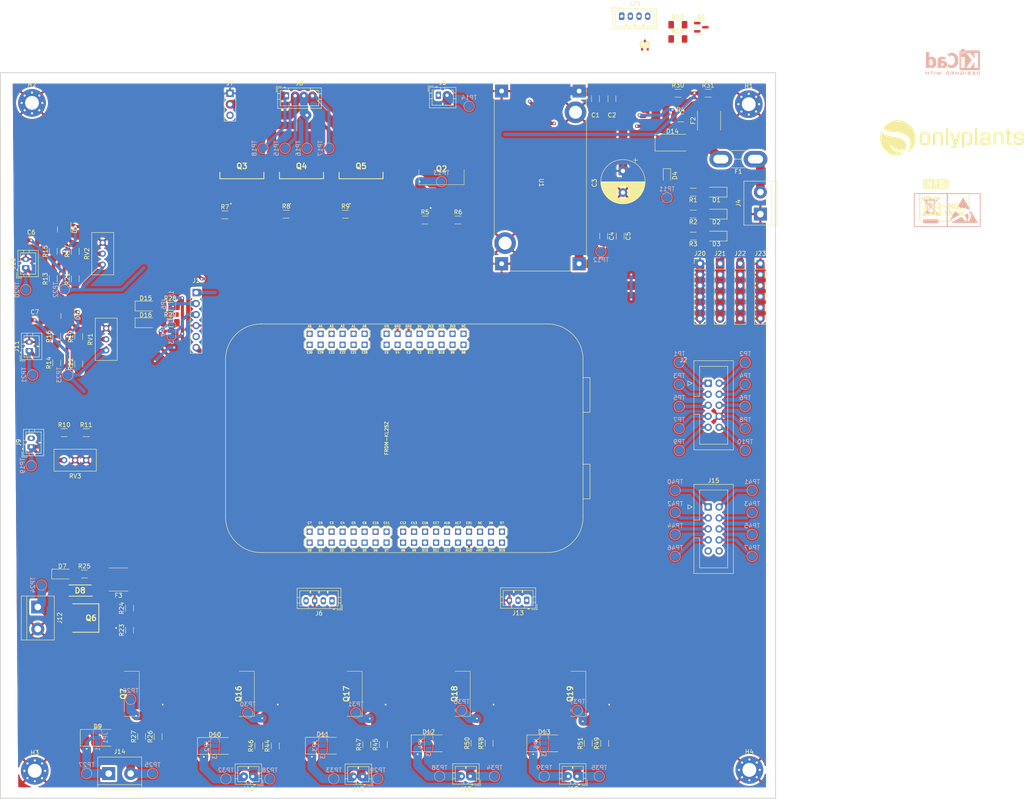
<source format=kicad_pcb>
(kicad_pcb (version 20221018) (generator pcbnew)
  (title_block (title "Greenhouse project FRDM-KL35Z hat") (date "2023-02-18") (rev "V1.0") (company "OnlyPlants") (comment 1 "Author: Emiel Visser"))
  (layers (0 "F.Cu" signal) (1 "In1.Cu" signal) (2 "In2.Cu" signal) (31 "B.Cu" signal) (34 "B.Paste" user) (35 "F.Paste" user) (36 "B.SilkS" user "B.Silkscreen") (37 "F.SilkS" user "F.Silkscreen") (38 "B.Mask" user) (39 "F.Mask" user) (44 "Edge.Cuts" user))
  (net 0 "")
  (net 21 "GNDREF")
  (net 22 "Net-(D1-A)")
  (net 23 "+12V")
  (net 24 "/Water/Pump-")
  (net 25 "/Fans/Fan1-")
  (net 26 "/Fans/Fan2-")
  (net 27 "/Fans/Fan3-")
  (net 28 "/Fans/Fan4-")
  (net 29 "THERM1")
  (net 30 "Net-(Q1-G)")
  (net 31 "/OLED_SDA")
  (net 32 "/OLED_SCL")
  (net 33 "Net-(D5-K-Pad3)")
  (net 34 "AHT_SDA")
  (net 35 "AHT_SCL")
  (net 36 "LDR_OUT")
  (net 37 "/Humidifier/MIST-")
  (net 38 "HUM_OUT")
  (net 39 "Net-(D6-K-Pad3)")
  (net 40 "Net-(D7-A)")
  (net 41 "Net-(D8-Pad1)")
  (net 42 "/Heating/BED_OUT")
  (net 43 "Net-(J7-Pin_2)")
  (net 44 "Net-(J8-Pin_3)")
  (net 45 "Net-(D2-A)")
  (net 46 "/Fans/Fan1+")
  (net 47 "/Fans/Fan2+")
  (net 48 "/Fans/Fan3+")
  (net 49 "/Fans/Fan4+")
  (net 50 "+3.3V")
  (net 51 "/BT_STATE")
  (net 52 "Net-(D3-A)")
  (net 53 "/Water/Pump+")
  (net 54 "VDC")
  (net 55 "R_IN")
  (net 56 "G_IN")
  (net 57 "B_IN")
  (net 58 "Net-(F1-Pad2)")
  (net 59 "Net-(J8-Pin_4)")
  (net 60 "/BT_RXD")
  (net 61 "SENS1")
  (net 62 "Net-(J10-Pin_1)")
  (net 63 "SENS2")
  (net 64 "Net-(Q2-Pad1)")
  (net 65 "SENS3")
  (net 66 "Net-(Q6-Pad1)")
  (net 67 "SENS4")
  (net 68 "SENS5")
  (net 69 "SENS6")
  (net 70 "SENS7")
  (net 71 "SENS8")
  (net 72 "MIST_EN")
  (net 73 "HEATER_IN")
  (net 74 "PUMP_IN")
  (net 75 "FAN1_IN")
  (net 76 "FAN2_IN")
  (net 77 "FAN3_IN")
  (net 78 "FAN4_IN")
  (net 79 "Net-(Q7-Pad1)")
  (net 80 "/BT_TXD")
  (net 81 "/BT_EN")
  (net 82 "/Power/BATT_IN")
  (net 83 "Net-(Q16-Pad1)")
  (net 84 "Net-(Q17-Pad1)")
  (net 85 "Net-(Q18-Pad1)")
  (net 86 "Net-(R10-Pad2)")
  (net 87 "Net-(R17-Pad1)")
  (net 88 "Net-(R19-Pad1)")
  (net 89 "Net-(J8-Pin_2)")
  (net 90 "Net-(J11-Pin_1)")
  (net 91 "Net-(Q19-Pad1)")
  (net 92 "+5V")
  (net 94 "Net-(D15-A)")
  (net 95 "Net-(D16-A)")
  (net 96 "/Power/BATT_EN")
  (net 97 "BATT_V")
  (net 98 "THERM2")
  (net 99 "/SW1_OUT")
  (net 100 "/SW2_OUT")
  (net 101 "/SW3_OUT")
  (net 102 "/SW4_OUT")
  (net 103 "/SW5_OUT")
  (net 104 "/BT_RXD_O")
  (net 105 "/BT_TXD_O")
  (net 106 "Net-(Q8-Pad1)")
  (net 107 "Net-(Q1-D)")
  (net 108 "~{12V_EN}")
  (footprint "Diode_SMD:D_SOD-323" (layer "F.Cu") (at 279.4 74.5875 -90)
    (fp_text reference "D4")
    (fp_text value "BZX384-A13-QX")
  )
  (footprint "Connector_JST:JST_PH_B2B-PH-K_1x02_P2.00mm_Vertical" (layer "F.Cu") (at 233.963868 213.36 180)
    (fp_text reference "J18")
    (fp_text value "Conn_01x02_Socket")
  )
  (footprint "Resistor_SMD:R_1206_3216Metric_Pad1.30x1.75mm_HandSolder" (layer "F.Cu") (at 164.6425 108.585)
    (fp_text reference "R29")
    (fp_text value "5k")
  )
  (footprint "TerminalBlock:TerminalBlock_bornier-2_P5.08mm" (layer "F.Cu") (at 300.99 83.4775 90)
    (fp_text reference "J4")
    (fp_text value "Screw_Terminal_01x02")
  )
  (footprint "SamacSys_Parts:IRF640S" (layer "F.Cu") (at 181.2015 70.795)
    (fp_text reference "Q3")
    (fp_text value "IRF640S" hide)
  )
  (footprint "SamacSys_Parts:IRF2804STRLPBF" (layer "F.Cu") (at 182.433868 194.31 90)
    (fp_text reference "Q16")
    (fp_text value "IRLZ44NSTRLPBF" hide)
  )
  (footprint "Resistor_SMD:R_1206_3216Metric_Pad1.30x1.75mm_HandSolder" (layer "F.Cu") (at 281.9325 43.0075)
    (fp_text reference "R18")
    (fp_text value "165")
  )
  (footprint "Resistor_SMD:R_1206_3216Metric_Pad1.30x1.75mm_HandSolder" (layer "F.Cu") (at 223.52 84.84)
    (fp_text reference "R5")
    (fp_text value "2.2k")
  )
  (footprint "Potentiometer_THT:Potentiometer_Bourns_3296W_Vertical" (layer "F.Cu") (at 149.0475 90.075 90)
    (fp_text reference "RV2")
    (fp_text value "R_Potentiometer")
  )
  (footprint "LED_SMD:LED_1206_3216Metric_Pad1.42x1.75mm_HandSolder" (layer "F.Cu") (at 290.83 78.3975 180)
    (fp_text reference "D1")
    (fp_text value "LED")
  )
  (footprint "Diode_SMD:D_2512_6332Metric_Pad1.52x3.35mm_HandSolder" (layer "F.Cu") (at 199.906309 206.28275)
    (fp_text reference "D11")
    (fp_text value "1N4007")
  )
  (footprint "Resistor_SMD:R_1206_3216Metric_Pad1.30x1.75mm_HandSolder" (layer "F.Cu") (at 155.25 174.53 90)
    (fp_text reference "R24")
    (fp_text value "12k")
  )
  (footprint "Capacitor_SMD:C_1206_3216Metric_Pad1.33x1.80mm_HandSolder" (layer "F.Cu") (at 266.7 56.8075 -90)
    (fp_text reference "C2")
    (fp_text value "10uF")
  )
  (footprint "Connector_PinHeader_2.54mm:PinHeader_1x06_P2.54mm_Vertical" (layer "F.Cu") (at 291.69 94.9075)
    (fp_text reference "J21")
    (fp_text value "Conn_01x06_Pin")
  )
  (footprint "SamacSys_Parts:IRF640S" (layer "F.Cu") (at 194.9695 70.795)
    (fp_text reference "Q4")
    (fp_text value "IRF640S" hide)
  )
  (footprint "Package_TO_SOT_SMD:SOT-23" (layer "F.Cu") (at 287.3525 40.2975)
    (fp_text reference "Q1")
    (fp_text value "AO3401A")
  )
  (footprint "Potentiometer_THT:Potentiometer_Bourns_3296W_Vertical" (layer "F.Cu") (at 140.1475 140.335 180)
    (fp_text reference "RV3")
    (fp_text value "R_Potentiometer")
  )
  (footprint "Package_TO_SOT_SMD:SOT-23" (layer "F.Cu") (at 140.1575 86.995 -90)
    (fp_text reference "D5")
    (fp_text value "BAV99")
  )
  (footprint "Connector_JST:JST_PH_B2B-PH-K_1x02_P2.00mm_Vertical" (layer "F.Cu") (at 258.633868 213.36 180)
    (fp_text reference "J19")
    (fp_text value "Conn_01x02_Socket")
  )
  (footprint "Connector_JST:JST_PH_B4B-PH-K_1x04_P2.00mm_Vertical" (layer "F.Cu") (at 268.955 37.7575)
    (fp_text reference "J25")
    (fp_text value "Conn_01x04_Socket")
  )
  (footprint "Resistor_SMD:R_1206_3216Metric_Pad1.30x1.75mm_HandSolder" (layer "F.Cu") (at 285.47 83.4775 180)
    (fp_text reference "R2")
    (fp_text value "4.7k")
  )
  (footprint "Resistor_SMD:R_1206_3216Metric_Pad1.30x1.75mm_HandSolder" (layer "F.Cu") (at 213.876309 206.03275 90)
    (fp_text reference "R45")
    (fp_text value "2.2k")
  )
  (footprint "Resistor_SMD:R_1206_3216Metric_Pad1.30x1.75mm_HandSolder" (layer "F.Cu") (at 238.313868 205.71 90)
    (fp_text reference "R48")
    (fp_text value "2.2k")
  )
  (footprint "Resistor_SMD:R_1206_3216Metric_Pad1.30x1.75mm_HandSolder" (layer "F.Cu") (at 137.6175 92.075 90)
    (fp_text reference "R15")
    (fp_text value "2.37k 1%")
  )
  (footprint "TerminalBlock:TerminalBlock_bornier-2_P5.08mm" (layer "F.Cu") (at 134.05 174.25 -90)
    (fp_text reference "J12")
    (fp_text value "Screw_Terminal_01x02")
  )
  (footprint "Connector_JST:JST_PH_B2B-PH-K_1x02_P2.00mm_Vertical" (layer "F.Cu") (at 132.5275 137.255 90)
    (fp_text reference "J9")
    (fp_text value "Conn_01x02_Socket")
  )
  (footprint "Resistor_SMD:R_1206_3216Metric_Pad1.30x1.75mm_HandSolder" (layer "F.Cu") (at 185.11875 206.33625 90)
    (fp_text reference "R46")
    (fp_text value "10k")
  )
  (footprint "Resistor_SMD:R_1206_3216Metric_Pad1.30x1.75mm_HandSolder" (layer "F.Cu") (at 161.855 204.19 90)
    (fp_text reference "R26")
    (fp_text value "2.2k")
  )
  (footprint "SamacSys_Parts:IRF2804STRLPBF" (layer "F.Cu") (at 207.346309 194.31 90)
    (fp_text reference "Q17")
    (fp_text value "IRLZ44NSTRLPBF" hide)
  )
  (footprint "Capacitor_SMD:C_1206_3216Metric_Pad1.33x1.80mm_HandSolder" (layer "F.Cu") (at 264.795 88.5575 -90)
    (fp_text reference "C4")
    (fp_text value "10uF")
  )
  (footprint "MountingHole:MountingHole_3.2mm_M3_Pad_Via" (layer "F.Cu") (at 298.45 211.882056)
    (fp_text reference "H4")
    (fp_text value "MountingHole_Pad")
  )
  (footprint "Resistor_SMD:R_1206_3216Metric_Pad1.30x1.75mm_HandSolder" (layer "F.Cu") (at 188.92875 206.33625 90)
    (fp_text reference "R44")
    (fp_text value "2.2k")
  )
  (footprint "Resistor_SMD:R_1206_3216Metric_Pad1.30x1.75mm_HandSolder" (layer "F.Cu") (at 143.51 111.76 90)
    (fp_text reference "R19")
    (fp_text value "2.37k 1%")
  )
  (footprint "MountingHole:MountingHole_3.2mm_M3_Pad_Via" (layer "F.Cu") (at 133.35 212.09)
    (fp_text reference "H3")
    (fp_text value "MountingHole_Pad")
  )
  (footprint "SamacSys_Parts:IRF2804STRLPBF" (layer "F.Cu") (at 155.835 194.31 90)
    (fp_text reference "Q7")
    (fp_text value "IRLZ44NSTRLPBF" hide)
  )
  (footprint "LED_SMD:LED_1206_3216Metric_Pad1.42x1.75mm_HandSolder" (layer "F.Cu") (at 139.73 166.63)
    (fp_text reference "D7")
    (fp_text value "LED")
  )
  (footprint "SamacSys_Parts:IPD036N04LGATMA1" (layer "F.Cu") (at 150.56 176.79)
    (fp_text reference "Q6")
    (fp_text value "IPD036N04LGATMA1" hide)
  )
  (footprint "Package_TO_SOT_SMD:SOT-23" (layer "F.Cu") (at 140.97 107.0125 -90)
    (fp_text reference "D6")
    (fp_text value "BAV99")
  )
  (footprint "Resistor_SMD:R_1206_3216Metric_Pad1.30x1.75mm_HandSolder" (layer "F.Cu") (at 261.22 205.74 90)
    (fp_text reference "R51")
    (fp_text value "10k")
  )
  (footprint "Resistor_SMD:R_1206_3216Metric_Pad1.30x1.75mm_HandSolder" (layer "F.Cu") (at 142.6975 98.425 90)
    (fp_text reference "R21")
    (fp_text value "0")
  )
  (footprint "Resistor_SMD:R_1206_3216Metric_Pad1.30x1.75mm_HandSolder" (layer "F.Cu") (at 265.03 205.74 90)
    (fp_text reference "R49")
    (fp_text value "2.2k")
  )
  (footprint "LED_SMD:LED_1206_3216Metric_Pad1.42x1.75mm_HandSolder" (layer "F.Cu") (at 290.83 88.5575 180)
    (fp_text reference "D3")
    (fp_text value "LED")
  )
  (footprint "TerminalBlock:TerminalBlock_bornier-2_P5.08mm" (layer "F.Cu") (at 150.425 212.725)
    (fp_text reference "J14")
    (fp_text value "Screw_Terminal_01x02")
  )
  (footprint "SamacSys_Parts:2SB1730" (layer "F.Cu") (at 274.305 44.4275)
    (fp_text reference "Q8")
    (fp_text value "RZF030P01" hide)
  )
  (footprint "Connector_IDC:IDC-Header_2x05_P2.54mm_Vertical" (layer "F.Cu") (at 288.925 122.555)
    (fp_text reference "J2")
    (fp_text value "Conn_01x10_Socket")
  )
  (footprint "Connector_JST:JST_PH_B2B-PH-K_1x02_P2.00mm_Vertical" (layer "F.Cu") (at 226.6 56.02)
    (fp_text reference "J5")
    (fp_text value "Conn_01x02_Socket")
  )
  (footprint "Diode_SMD:D_2512_6332Metric_Pad1.52x3.35mm_HandSolder" (layer "F.Cu") (at 174.95875 206.33625)
    (fp_text reference "D10")
    (fp_text value "1N4007")
  )
  (footprint "Resistor_SMD:R_1206_3216Metric_Pad1.30x1.75mm_HandSolder" (layer "F.Cu") (at 282.575 61.2525)
    (fp_text reference "R4")
    (fp_text value "165")
  )
  (footprint "Resistor_SMD:R_1206_3216Metric_Pad1.30x1.75mm_HandSolder" (layer "F.Cu") (at 191.4395 83.495)
    (fp_text reference "R8")
    (fp_text value "10k")
  )
  (footprint "LED_SMD:LED_1206_3216Metric_Pad1.42x1.75mm_HandSolder" (layer "F.Cu") (at 158.99 104.71)
    (fp_text reference "D15")
    (fp_text value "LED")
  )
  (footprint "Resistor_SMD:R_1206_3216Metric_Pad1.30x1.75mm_HandSolder" (layer "F.Cu") (at 231.14 84.84)
    (fp_text reference "R6")
    (fp_text value "10k")
  )
  (footprint "Resistor_SMD:R_1206_3216Metric_Pad1.30x1.75mm_HandSolder" (layer "F.Cu") (at 145.2275 133.985)
    (fp_text reference "R11")
    (fp_text value "0")
  )
  (footprint "Connector_PinHeader_2.54mm:PinHeader_1x03_P2.54mm_Vertical" (layer "F.Cu") (at 178.4595 55.57)
    (fp_text reference "J7")
    (fp_text value "Conn_01x03_Pin")
  )
  (footprint "Resistor_SMD:R_1206_3216Metric_Pad1.30x1.75mm_HandSolder" (layer "F.Cu") (at 281.9325 39.7175)
    (fp_text reference "R12")
    (fp_text value "165")
  )
  (footprint "Connector_PinSocket_2.54mm:PinSocket_1x06_P2.54mm_Vertical" (layer "F.Cu") (at 170.6375 101.6)
    (fp_text reference "J1")
    (fp_text value "Conn_01x06_Socket")
  )
  (footprint "Resistor_SMD:R_1206_3216Metric_Pad1.30x1.75mm_HandSolder" (layer "F.Cu") (at 155.25 179.61 90)
    (fp_text reference "R23")
    (fp_text value "10k")
  )
  (footprint "Fuse:Fuse_Blade_Mini_directSolder" (layer "F.Cu") (at 299.86 70.7775 180)
    (fp_text reference "F1")
    (fp_text value "Fuse")
  )
  (footprint "LED_SMD:LED_1206_3216Metric_Pad1.42x1.75mm_HandSolder" (layer "F.Cu") (at 290.83 83.4775 180)
    (fp_text reference "D2")
    (fp_text value "LED")
  )
  (footprint "Diode_SMD:D_2512_6332Metric_Pad1.52x3.35mm_HandSolder" (layer "F.Cu") (at 280.67 66.9675)
    (fp_text reference "D14")
    (fp_text value "1N4007")
  )
  (footprint "Resistor_SMD:R_1206_3216Metric_Pad1.30x1.75mm_HandSolder" (layer "F.Cu") (at 158.045 204.19 90)
    (fp_text reference "R27")
    (fp_text value "10k")
  )
  (footprint "Connector_JST:JST_PH_B2B-PH-K_1x02_P2.00mm_Vertical" (layer "F.Cu") (at 183.703868 213.40125 180)
    (fp_text reference "J16")
    (fp_text value "Conn_01x02_Socket")
  )
  (footprint "User:LM2596_Buck_module" (layer "F.Cu") (at 260.81375 53.34125 -90)
    (fp_text reference "U1")
    (fp_text value "LM2596 Buck")
  )
  (footprint "Capacitor_SMD:C_1206_3216Metric_Pad1.33x1.80mm_HandSolder" (layer "F.Cu") (at 268.605 88.5575 -90)
    (fp_text reference "C5")
    (fp_text value "0.1uF")
  )
  (footprint "Connector_JST:JST_PH_B4B-PH-K_1x04_P2.00mm_Vertical" (layer "F.Cu") (at 191.5095 56.134)
    (fp_text reference "J8")
    (fp_text value "Conn_01x04_Socket")
  )
  (footprint "Diode_SMD:D_2512_6332Metric_Pad1.52x3.35mm_HandSolder" (layer "F.Cu") (at 224.343868 205.74)
    (fp_text reference "D12")
    (fp_text value "1N4007")
  )
  (footprint "Capacitor_SMD:C_1206_3216Metric_Pad1.33x1.80mm_HandSolder" (layer "F.Cu") (at 262.89 56.8075 -90)
    (fp_text reference "C1")
    (fp_text value "0.1uF")
  )
  (footprint "Connector_PinHeader_2.54mm:PinHeader_1x06_P2.54mm_Vertical" (layer "F.Cu") (at 296.34 94.9075)
    (fp_text reference "J22")
    (fp_text value "Conn_01x06_Pin")
  )
  (footprint "logo:logo" (layer "F.Cu") (at 345.44 66.04)
    (fp_text reference "G1")
    (fp_text value "LOGO" hide)
  )
  (footprint "Fuse:Fuse_2920_7451Metric_Pad2.10x5.45mm_HandSolder" (layer "F.Cu") (at 289.131 61.8875 90)
    (fp_text reference "F2")
    (fp_text value "Polyfuse")
  )
  (footprint "Connector_JST:JST_PH_B2B-PH-K_1x02_P2.00mm_Vertical" (layer "F.Cu") (at 209.103868 213.42475 180)
    (fp_text reference "J17")
    (fp_text value "Conn_01x02_Socket")
  )
  (footprint "MountingHole:MountingHole_3.2mm_M3_Pad_Via" (layer "F.Cu") (at 132.715 57.785)
    (fp_text reference "H2")
    (fp_text value "MountingHole_Pad")
  )
  (footprint "Resistor_SMD:R_1206_3216Metric_Pad1.30x1.75mm_HandSolder" (layer "F.Cu") (at 143.51 118.11 90)
    (fp_text reference "R22")
    (fp_text value "0")
  )
  (footprint "Connector_PinHeader_2.54mm:PinHeader_1x06_P2.54mm_Vertical" (layer "F.Cu") (at 287.04 94.9075)
    (fp_text reference "J20")
    (fp_text value "Conn_01x06_Pin")
  )
  (footprint "Connector_IDC:IDC-Header_2x05_P2.54mm_Vertical" (layer "F.Cu") (at 288.925 151.13)
    (fp_text reference "J15")
    (fp_text value "Conn_01x10_Socket")
  )
  (footprint "LED_SMD:LED_1206_3216Metric_Pad1.42x1.75mm_HandSolder" (layer "F.Cu") (at 158.99 108.585)
    (fp_text reference "D16")
    (fp_text value "LED")
  )
  (footprint "Resistor_SMD:R_1206_3216Metric_Pad1.30x1.75mm_HandSolder" (layer "F.Cu") (at 210.066309 206.03275 90)
    (fp_text reference "R47")
    (fp_text value "10k")
  )
  (footprint "Capacitor_SMD:C_1206_3216Metric_Pad1.33x1.80mm_HandSolder" (layer "F.Cu") (at 132.5375 89.535)
    (fp_text reference "C6")
    (fp_text value "0.1uF")
  )
  (footprint "Resistor_SMD:R_1206_3216Metric_Pad1.30x1.75mm_HandSolder" (layer "F.Cu") (at 138.43 111.76 90)
    (fp_text reference "R16")
    (fp_text value "2.37k 1%")
  )
  (footprint "Resistor_SMD:R_1206_3216Metric_Pad1.30x1.75mm_HandSolder" (layer "F.Cu") (at 137.6175 98.425 90)
    (fp_text reference "R13")
    (fp_text value "4.7k")
  )
  (footprint "Connector_PinHeader_2.54mm:PinHeader_1x06_P2.54mm_Vertical" (layer "F.Cu") (at 300.99 94.9075)
    (fp_text reference "J23")
    (fp_text value "Conn_01x06_Pin")
  )
  (footprint "Resistor_SMD:R_1206_3216Metric_Pad1.30x1.75mm_HandSolder" (layer "F.Cu") (at 281.94 55.5375)
    (fp_text reference "R30")
    (fp_text value "49.9K")
  )
  (footprint "SamacSys_Parts:IRF2804STRLPBF" (layer "F.Cu") (at 227.33 75.01)
    (fp_text reference "Q2")
    (fp_text value "IRLZ44NSTRLPBF" hide)
  )
  (footprint "Resistor_SMD:R_1206_3216Metric_Pad1.30x1.75mm_HandSolder" (layer "F.Cu") (at 164.6425 104.775)
    (fp_text reference "R28")
    (fp_text value "5k")
  )
  (footprint "MountingHole:MountingHole_3.2mm_M3_Pad_Via" (layer "F.Cu") (at 298.31 58.0775)
    (fp_text reference "H1")
    (fp_text value "MountingHole_Pad")
  )
  (footprint "Fuse:Fuse_2920_7451Metric_Pad2.10x5.45mm_HandSolder" (layer "F.Cu") (at 152.71 167.9 180)
    (fp_text reference "F3")
    (fp_text value "Polyfuse")
  )
  (footprint "SamacSys_Parts:IRF2804STRLPBF" (layer "F.Cu") (at 259.01 194.31 90)
    (fp_text reference "Q19")
    (fp_text value "IRLZ44NSTRLPBF" hide)
  )
  (footprint "Connector_JST:JST_PH_B4B-PH-K_1x04_P2.00mm_Vertical" (layer "F.Cu") (at 202.025 172.805 180)
    (fp_text reference "J6")
    (fp_text value "Conn_01x04_Socket")
  )
  (footprint "Resistor_SMD:R_1206_3216Metric_Pad1.30x1.75mm_HandSolder" (layer "F.Cu") (at 177.2925 83.65)
    (fp_text reference "R7")
    (fp_text value "10k")
  )
  (footprint "Resistor_SMD:R_1206_3216Metric_Pad1.30x1.75mm_HandSolder" (layer "F.Cu") (at 140.1475 133.985)
    (fp_text reference "R10")
    (fp_text value "100k")
  )
  (footprint "Connector_JST:JST_PH_B2B-PH-K_1x02_P2.00mm_Vertical" (layer "F.Cu") (at 132.08 115.03 90)
    (fp_text reference "J11")
    (fp_text value "Conn_01x02_Socket")
  )
  (footprint "Capacitor_SMD:C_1206_3216Metric_Pad1.33x1.80mm_HandSolder" (layer "F.Cu") (at 133.35 107.95)
    (fp_text reference "C7")
    (fp_text value "0.1uF")
  )
  (footprint "Resistor_SMD:R_1206_3216Metric_Pad1.30x1.75mm_HandSolder" (layer "F.Cu") (at 285.47 88.5575 180)
    (fp_text reference "R3")
    (fp_text value "2.2k")
  )
  (footprint "Potentiometer_THT:Potentiometer_Bourns_3296W_Vertical" (layer "F.Cu") (at 149.86 109.855 90)
    (fp_text reference "RV1")
    (fp_text value "R_Potentiometer")
  )
  (footprint "Resistor_SMD:R_1206_3216Metric_Pad1.30x1.75mm_HandSolder" (layer "F.Cu") (at 285.47 78.3975 180)
    (fp_text reference "R1")
    (fp_text value "10k")
  )
  (footprint "Resistor_SMD:R_1206_3216Metric_Pad1.30x1.75mm_HandSolder" (layer "F.Cu") (at 142.6975 92.075 90)
    (fp_text reference "R17")
    (fp_text value "2.37k 1%")
  )
  (footprint "FRDM-KL25Z:FRDM_KL25Z_NORMAL" (layer "F.Cu") (at 214.63 135.255 90)
    (fp_text reference "FRDM1")
    (fp_text value "FRDM-KL25Z")
  )
  (footprint "Resistor_SMD:R_1206_3216Metric_Pad1.30x1.75mm_HandSolder" (layer "F.Cu") (at 205.1295 83.495)
    (fp_text reference "R9")
    (fp_text value "10k")
  )
  (footprint "Resistor_SMD:R_1206_3216Metric_Pad1.30x1.75mm_HandSolder" (layer "F.Cu") (at 235.053868 205.71 90)
    (fp_text reference "R50")
    (fp_text value "10k")
  )
  (footprint "SamacSys_Parts:IRF2804STRLPBF" (layer "F.Cu") (at 232.293868 194.31 90)
    (fp_text reference "Q18")
    (fp_text value "IRLZ44NSTRLPBF" hide)
  )
  (footprint "SamacSys_Parts:DIOM5126X245N" (layer "F.Cu") (at 143.82 170.44 180)
    (fp_text reference "D8")
    (fp_text value "SS54" hide)
  )
  (footprint "Capacitor_THT:CP_Radial_D10.0mm_P5.00mm" (layer "F.Cu") (at 269.24 73.489823 -90)
    (fp_text reference "C3")
    (fp_text value "1000uF")
  )
  (footprint "SamacSys_Parts:IRF640S" (layer "F.Cu") (at 208.7375 70.795)
    (fp_text reference "Q5")
    (fp_text value "IRF640S" hide)
  )
  (footprint "Resistor_SMD:R_1206_3216Metric_Pad1.30x1.75mm_HandSolder" (layer "F.Cu") (at 144.81 166.63)
    (fp_text reference "R25")
    (fp_text value "4.7k")
  )
  (footprint "Diode_SMD:D_2512_6332Metric_Pad1.52x3.35mm_HandSolder" (layer "F.Cu") (at 251.06 205.74)
    (fp_text reference "D13")
    (fp_text value "1N4007")
  )
  (footprint "Connector_JST:JST_PH_B3B-PH-K_1x03_P2.00mm_Vertical" (layer "F.Cu") (at 247.015 172.72 180)
    (fp_text reference "J13")
    (fp_text value "Conn_01x03_Socket")
  )
  (footprint "Resistor_SMD:R_1206_3216Metric_Pad1.30x1.75mm_HandSolder" (layer "F.Cu") (at 138.43 117.83 90)
    (fp_text reference "R14")
    (fp_text value "4.7k")
  )
  (footprint "Connector_JST:JST_PH_B2B-PH-K_1x02_P2.00mm_Vertical" (layer "F.Cu") (at 131.2675 95.885 90)
    (fp_text reference "J10")
    (fp_text value "Conn_01x02_Socket")
  )
  (footprint "Resistor_SMD:R_1206_3216Metric_Pad1.30x1.75mm_HandSolder" (layer "F.Cu") (at 288.925 55.5375)
    (fp_text reference "R31")
    (fp_text value "10K")
  )
  (footprint "Diode_SMD:D_2512_6332Metric_Pad1.52x3.35mm_HandSolder" (layer "F.Cu") (at 147.885 204.47)
    (fp_text reference "D9")
    (fp_text value "1N4007")
  )
  (footprint "TestPoint:TestPoint_Pad_D2.0mm" (layer "B.Cu") (at 132.87 120.65 -90)
    (fp_text reference "TP21")
    (fp_text value "TestPoint")
  )
  (footprint "Jumper:SolderJumper-3_P1.3mm_Bridged2Bar12_RoundedPad1.0x1.5mm_NumberLabels" (layer "B.Cu") (at 224.343868 205.74 -90)
    (fp_text reference "JP4")
    (fp_text value "Jumper_3_Bridged12")
  )
  (footprint "Symbol:KiCad-Logo2_5mm_SilkScreen" (layer "B.Cu") (at 345.44 48.26 180)
    (fp_text reference "REF1" hide)
    (fp_text value "KiCad-Logo2_5mm_SilkScreen" hide)
  )
  (footprint "TestPoint:TestPoint_Pad_D2.0mm" (layer "B.Cu") (at 251.06 213.36 180)
    (fp_text reference "TP39")
    (fp_text value "TestPoint")
  )
  (footprint "TestPoint:TestPoint_Pad_D2.0mm" (layer "B.Cu") (at 299.085 152.4 180)
    (fp_text reference "TP43")
    (fp_text value "TestPoint")
  )
  (footprint "TestPoint:TestPoint_Pad_D2.0mm" (layer "B.Cu") (at 297.4785 122.835 180)
    (fp_text reference "TP4")
    (fp_text value "TestPoint")
  )
  (footprint "TestPoint:TestPoint_Pad_D2.0mm" (layer "B.Cu") (at 281.305 152.4 180)
    (fp_text reference "TP42")
    (fp_text value "TestPoint")
  )
  (footprint "TestPoint:TestPoint_Pad_D2.0mm" (layer "B.Cu") (at 258.68 198.12 180)
    (fp_text reference "TP37")
    (fp_text value "TestPoint")
  )
  (footprint "TestPoint:TestPoint_Pad_D2.0mm" (layer "B.Cu") (at 131.2675 100.965 -90)
    (fp_text reference "TP20")
    (fp_text value "TestPoint")
  )
  (footprint "TestPoint:TestPoint_Pad_D2.0mm" (layer "B.Cu") (at 231.963868 198.12 180)
    (fp_text reference "TP36")
    (fp_text value "TestPoint")
  )
  (footprint "TestPoint:TestPoint_Pad_D2.0mm" (layer "B.Cu") (at 282.2385 122.835 180)
    (fp_text reference "TP3")
    (fp_text value "TestPoint")
  )
  (footprint "TestPoint:TestPoint_Pad_D2.0mm" (layer "B.Cu") (at 299.085 162.56 180)
    (fp_text reference "TP47")
    (fp_text value "TestPoint")
  )
  (footprint "TestPoint:TestPoint_Pad_D2.0mm" (layer "B.Cu") (at 202.446309 213.93275 180)
    (fp_text reference "TP33")
    (fp_text value "TestPoint")
  )
  (footprint "TestPoint:TestPoint_Pad_D2.0mm" (layer "B.Cu") (at 282.2385 127.915 180)
    (fp_text reference "TP5")
    (fp_text value "TestPoint")
  )
  (footprint "TestPoint:TestPoint_Pad_D2.0mm" (layer "B.Cu") (at 297.4785 132.995 180)
    (fp_text reference "TP8")
    (fp_text value "TestPoint")
  )
  (footprint "TestPoint:TestPoint_Pad_D2.0mm" (layer "B.Cu") (at 212.606309 213.93275 180)
    (fp_text reference "TP29")
    (fp_text value "TestPoint")
  )
  (footprint "Jumper:SolderJumper-3_P1.3mm_Bridged2Bar12_RoundedPad1.0x1.5mm_NumberLabels" (layer "B.Cu") (at 174.95875 206.33625 -90)
    (fp_text reference "JP2")
    (fp_text value "Jumper_3_Bridged12")
  )
  (footprint "TestPoint:TestPoint_Pad_D2.0mm" (layer "B.Cu") (at 264.16 92.075)
    (fp_text reference "TP12")
    (fp_text value "TestPoint")
  )
  (footprint "TestPoint:TestPoint_Pad_D2.0mm" (layer "B.Cu") (at 132.5275 141.605 -90)
    (fp_text reference "TP19")
    (fp_text value "TestPoint")
  )
  (footprint "TestPoint:TestPoint_Pad_D2.0mm" (layer "B.Cu") (at 279.4 79.6675 180)
    (fp_text reference "TP11")
    (fp_text value "TestPoint")
  )
  (footprint "TestPoint:TestPoint_Pad_D2.0mm" (layer "B.Cu") (at 263.76 213.36 180)
    (fp_text reference "TP35")
    (fp_text value "TestPoint")
  )
  (footprint "TestPoint:TestPoint_Pad_D2.0mm" (layer "B.Cu") (at 201.3195 68.255 -90)
    (fp_text reference "TP17")
    (fp_text value "TestPoint")
  )
  (footprint "TestPoint:TestPoint_Pad_D2.0mm" (layer "B.Cu") (at 160.585 212.725 180)
    (fp_text reference "TP25")
    (fp_text value "TestPoint")
  )
  (footprint "TestPoint:TestPoint_Pad_D2.0mm" (layer "B.Cu") (at 187.65875 213.95625 180)
    (fp_text reference "TP28")
    (fp_text value "TestPoint")
  )
  (footprint "TestPoint:TestPoint_Pad_D2.0mm" (layer "B.Cu") (at 134.93 169.17 -90)
    (fp_text reference "TP24")
    (fp_text value "TestPoint")
  )
  (footprint "Jumper:SolderJumper-3_P1.3mm_Bridged2Bar12_RoundedPad1.0x1.5mm_NumberLabels" (layer "B.Cu") (at 164.9225 104.17 -90)
    (fp_text reference "JP6")
    (fp_text value "Jumper_3_Bridged12")
  )
  (footprint "Jumper:SolderJumper-3_P1.3mm_Bridged2Bar12_RoundedPad1.0x1.5mm_NumberLabels" (layer "B.Cu") (at 147.885 204.47 90)
    (fp_text reference "JP1")
    (fp_text value "Jumper_3_Bridged12")
  )
  (footprint "TestPoint:TestPoint_Pad_D2.0mm" (layer "B.Cu") (at 297.4785 117.755 180)
    (fp_text reference "TP2")
    (fp_text value "TestPoint")
  )
  (footprint "TestPoint:TestPoint_Pad_D2.0mm" (layer "B.Cu") (at 177.49875 213.95625 180)
    (fp_text reference "TP32")
    (fp_text value "TestPoint")
  )
  (footprint "TestPoint:TestPoint_Pad_D2.0mm" (layer "B.Cu") (at 282.2385 138.075 180)
    (fp_text reference "TP9")
    (fp_text value "TestPoint")
  )
  (footprint "TestPoint:TestPoint_Pad_D2.0mm" (layer "B.Cu") (at 281.305 157.48 180)
    (fp_text reference "TP44")
    (fp_text value "TestPoint")
  )
  (footprint "Jumper:SolderJumper-3_P1.3mm_Bridged2Bar12_RoundedPad1.0x1.5mm_NumberLabels" (layer "B.Cu") (at 199.906309 206.28275 -90)
    (fp_text reference "JP3")
    (fp_text value "Jumper_3_Bridged12")
  )
  (footprint "TestPoint:TestPoint_Pad_D2.0mm" (layer "B.Cu") (at 281.305 162.56 180)
    (fp_text reference "TP46")
    (fp_text value "TestPoint")
  )
  (footprint "TestPoint:TestPoint_Pad_D2.0mm" (layer "B.Cu") (at 182.57875 198.71625 180)
    (fp_text reference "TP30")
    (fp_text value "TestPoint")
  )
  (footprint "TestPoint:TestPoint_Pad_D2.0mm" (layer "B.Cu") (at 299.085 157.48 180)
    (fp_text reference "TP45")
    (fp_text value "TestPoint")
  )
  (footprint "TestPoint:TestPoint_Pad_D2.0mm" (layer "B.Cu") (at 140.1575 100.965 -90)
    (fp_text reference "TP22")
    (fp_text value "TestPoint")
  )
  (footprint "TestPoint:TestPoint_Pad_D2.0mm" (layer "B.Cu") (at 281.305 147.32 180)
    (fp_text reference "TP40")
    (fp_text value "TestPoint")
  )
  (footprint "TestPoint:TestPoint_Pad_D2.0mm" (layer "B.Cu") (at 299.085 147.32 180)
    (fp_text reference "TP41")
    (fp_text value "TestPoint")
  )
  (footprint "TestPoint:TestPoint_Pad_D2.0mm" (layer "B.Cu") (at 155.505 195.58 180)
    (fp_text reference "TP26")
    (fp_text value "TestPoint")
  )
  (footprint "TestPoint:TestPoint_Pad_D2.0mm" (layer "B.Cu") (at 207.526309 198.69275 180)
    (fp_text reference "TP31")
    (fp_text value "TestPoint")
  )
  (footprint "TestPoint:TestPoint_Pad_D2.0mm" (layer "B.Cu") (at 186.0795 68.255 -90)
    (fp_text reference "TP18")
    (fp_text value "TestPoint")
  )
  (footprint "TestPoint:TestPoint_Pad_D2.0mm" (layer "B.Cu") (at 282.2385 132.995 180)
    (fp_text reference "TP7")
    (fp_text value "TestPoint")
  )
  (footprint "TestPoint:TestPoint_Pad_D2.0mm" (layer "B.Cu") (at 145.345 212.725 180)
    (fp_text reference "TP27")
    (fp_text value "TestPoint")
  )
  (footprint "TestPoint:TestPoint_Pad_D2.0mm" (layer "B.Cu") (at 227.33 75.95 180)
    (fp_text reference "TP13")
    (fp_text value "TestPoint")
  )
  (footprint "TestPoint:TestPoint_Pad_D2.0mm" (layer "B.Cu") (at 297.4785 138.075 180)
    (fp_text reference "TP10")
    (fp_text value "TestPoint")
  )
  (footprint "TestPoint:TestPoint_Pad_D2.0mm" (layer "B.Cu") (at 140.97 120.65 -90)
    (fp_text reference "TP23")
    (fp_text value "TestPoint")
  )
  (footprint "Symbol:WEEE-Logo_4.2x6mm_SilkScreen" (layer "B.Cu") (at 340.36 82.55 180)
    (fp_text reference "REF2" hide)
    (fp_text value "WEEE-Logo_4.2x6mm_SilkScreen" hide)
  )
  (footprint "TestPoint:TestPoint_Pad_D2.0mm" (layer "B.Cu") (at 226.883868 213.36 180)
    (fp_text reference "TP38")
    (fp_text value "TestPoint")
  )
  (footprint "Jumper:SolderJumper-3_P1.3mm_Bridged2Bar12_RoundedPad1.0x1.5mm_NumberLabels" (layer "B.Cu") (at 251.06 205.74 -90)
    (fp_text reference "JP5")
    (fp_text value "Jumper_3_Bridged12")
  )
  (footprint "Jumper:SolderJumper-3_P1.3mm_Bridged2Bar12_RoundedPad1.0x1.5mm_NumberLabels" (layer "B.Cu") (at 164.9225 110.49 -90)
    (fp_text reference "JP7")
    (fp_text value "Jumper_3_Bridged12")
  )
  (footprint "TestPoint:TestPoint_Pad_D2.0mm" (layer "B.Cu") (at 297.4785 127.915 180)
    (fp_text reference "TP6")
    (fp_text value "TestPoint")
  )
  (footprint "TestPoint:TestPoint_Pad_D2.0mm" (layer "B.Cu") (at 196.2395 68.255 -90)
    (fp_text reference "TP16")
    (fp_text value "TestPoint")
  )
  (footprint "Symbol:ESD-Logo_6.6x6mm_SilkScreen" (layer "B.Cu") (at 347.98 82.55 180)
    (fp_text reference "REF3" hide)
    (fp_text value "ESD-Logo_6.6x6mm_SilkScreen" hide)
  )
  (footprint "TestPoint:TestPoint_Pad_D2.0mm" (layer "B.Cu") (at 239.583868 213.36 180)
    (fp_text reference "TP34")
    (fp_text value "TestPoint")
  )
  (footprint "TestPoint:TestPoint_Pad_D2.0mm" (layer "B.Cu") (at 233.68 58.56 180)
    (fp_text reference "TP14")
    (fp_text value "TestPoint")
  )
  (footprint "TestPoint:TestPoint_Pad_D2.0mm" (layer "B.Cu") (at 191.1595 68.255 -90)
    (fp_text reference "TP15")
    (fp_text value "TestPoint")
  )
  (footprint "TestPoint:TestPoint_Pad_D2.0mm" (layer "B.Cu") (at 282.2385 117.755 180)
    (fp_text reference "TP1")
    (fp_text value "TestPoint")
  )
  (gr_rect (start 125.421 50.8) (end 304.491 218.44) (stroke (width 0.2)) (fill none) (layer "Edge.Cuts"))
  (gr_text "INFO:    " (at 338.384286 77.47) (layer "F.SilkS" knockout) (effects (font (size 1.5 1.5) (thickness 0.3) bold) (justify left bottom)))
  (gr_text_box "" (start 336.55 78.74) (end 344.17 86.36) (layer "B.SilkS") (effects (font (size 1.5 1.5) (thickness 0.3) bold) (justify left top)) (stroke (width 0.2)))
  (gr_text_box "" (start 344.17 78.74) (end 351.79 86.36) (layer "B.SilkS") (effects (font (size 1.5 1.5) (thickness 0.3) bold) (justify left top)) (stroke (width 0.2)))
  (gr_text_box "V3.0\n14-2-2023\nEmiel Visser" (start 337.82 78.74) (end 349.25 85.09) (layer "F.SilkS") (effects (font (size 1 1) (thickness 0.25) bold) (justify left top)) (stroke (width 0.2)))
  (segment (start 300.99 94.9075) (end 300.99 107.6075) (width 2) (layer "F.Cu") (net 21))
  (via (at 271.145 97.4475) (size 0.8) (drill 0.4) (layers "F.Cu" "B.Cu") (net 21))
  (via (at 271.145 103.1625) (size 0.8) (drill 0.4) (layers "F.Cu" "B.Cu") (net 21))
  (via (at 161.1125 117.475) (size 0.8) (drill 0.4) (layers "F.Cu" "B.Cu") (net 21))
  (via (at 165.5575 114.3) (size 0.8) (drill 0.4) (layers "F.Cu" "B.Cu") (net 21))
  (segment (start 297.4785 132.995) (end 294.6585 130.175) (width 0.7) (layer "B.Cu") (net 21))
  (segment (start 164.2875 114.3) (end 161.1125 117.475) (width 0.7) (layer "B.Cu") (net 21))
  (segment (start 294.6585 130.175) (end 291.465 130.175) (width 0.7) (layer "B.Cu") (net 21))
  (segment (start 165.5575 114.3) (end 164.2875 114.3) (width 0.7) (layer "B.Cu") (net 21))
  (segment (start 271.145 97.4475) (end 271.145 103.1625) (width 0.7) (layer "B.Cu") (net 21))
  (segment (start 287.02 78.3975) (end 289.2975 78.3975) (width 0.7) (layer "F.Cu") (net 22))
  (segment (start 267.82375 55.245) (end 269.24 56.66125) (width 2) (layer "F.Cu") (net 23))
  (segment (start 283.92 75.2975) (end 281.94 73.3175) (width 0.7) (layer "F.Cu") (net 23))
  (segment (start 279.4 73.3175) (end 279.4 73.5375) (width 2) (layer "F.Cu") (net 23))
  (segment (start 266.7 55.245) (end 267.82375 55.245) (width 2) (layer "F.Cu") (net 23))
  (segment (start 277.6825 66.9675) (end 276.4125 68.2375) (width 2) (layer "F.Cu") (net 23))
  (segment (start 277.6825 66.9675) (end 277.6825 71.6) (width 2) (layer "F.Cu") (net 23))
  (segment (start 283.92 78.3975) (end 283.92 75.2975) (width 0.7) (layer "F.Cu") (net 23))
  (segment (start 287.04 94.9075) (end 287.04 107.6075) (width 2) (layer "F.Cu") (net 23))
  (segment (start 269.24 56.66125) (end 269.24 66.9675) (width 2) (layer "F.Cu") (net 23))
  (segment (start 276.4125 68.2375) (end 270.51 68.2375) (width 2) (layer "F.Cu") (net 23))
  (segment (start 270.51 68.2375) (end 269.24 66.9675) (width 2) (layer "F.Cu") (net 23))
  (segment (start 281.94 73.3175) (end 279.4 73.3175) (width 0.7) (layer "F.Cu") (net 23))
  (segment (start 259.11375 55.04125) (end 259.3175 55.245) (width 2) (layer "F.Cu") (net 23))
  (segment (start 277.6825 71.6) (end 279.4 73.3175) (width 2) (layer "F.Cu") (net 23))
  (segment (start 259.3175 55.245) (end 266.2925 55.245) (width 2) (layer "F.Cu") (net 23))
  (segment (start 269.24 66.9675) (end 269.24 73.489823) (width 2) (layer "F.Cu") (net 23))
  (segment (start 273.685 77.934823) (end 269.24 73.489823) (width 2) (layer "B.Cu") (net 23))
  (segment (start 199.955 203.2) (end 199.955 204.58275) (width 2) (layer "B.Cu") (net 23))
  (segment (start 222.815 203.2) (end 250.12 203.2) (width 2) (layer "B.Cu") (net 23))
  (segment (start 275.127323 73.489823) (end 279.4 77.7625) (width 0.7) (layer "B.Cu") (net 23))
  (segment (start 224.343868 203.458868) (end 224.343868 204.04) (width 2) (layer "B.Cu") (net 23))
  (segment (start 279.4 77.7625) (end 279.4 79.6675) (width 0.7) (layer "B.Cu") (net 23))
  (segment (start 147.885 200.66) (end 150.425 203.2) (width 2) (layer "B.Cu") (net 23))
  (segment (start 287.04 94.9075) (end 281.94 94.9075) (width 2) (layer "B.Cu") (net 23))
  (segment (start 137.725 186.69) (end 137.725 190.5) (width 2) (layer "B.Cu") (net 23))
  (segment (start 150.425 203.2) (end 173.285 203.2) (width 2) (layer "B.Cu") (net 23))
  (segment (start 173.285 203.2) (end 199.955 203.2) (width 2) (layer "B.Cu") (net 23))
  (segment (start 147.885 200.66) (end 147.885 202.565) (width 2) (layer "B.Cu") (net 23))
  (segment (start 255.76625 55.04125) (end 250.19 60.6175) (width 2) (layer "B.Cu") (net 23))
  (segment (start 173.285 203.2) (end 174.555 204.47) (width 2) (layer "B.Cu") (net 23))
  (segment (start 259.11375 55.04125) (end 255.76625 55.04125) (width 2) (layer "B.Cu") (net 23))
  (segment (start 250.12 203.2) (end 250.755 203.835) (width 2) (layer "B.Cu") (net 23))
  (segment (start 269.24 73.489823) (end 275.127323 73.489823) (width 0.7) (layer "B.Cu") (net 23))
  (segment (start 137.725 190.5) (end 147.885 200.66) (width 2) (layer "B.Cu") (net 23))
  (segment (start 281.94 94.9075) (end 273.685 86.6525) (width 2) (layer "B.Cu") (net 23))
  (segment (start 273.685 86.6525) (end 273.685 77.934823) (width 2) (layer "B.Cu") (net 23))
  (segment (start 199.955 203.2) (end 224.085 203.2) (width 2) (layer "B.Cu") (net 23))
  (segment (start 149.155 202.7525) (end 150.8725 204.47) (width 2) (layer "F.Cu") (net 24))
  (segment (start 149.155 194.31) (end 149.155 202.7525) (width 2) (layer "F.Cu") (net 24))
  (segment (start 155.505 212.09) (end 155.505 209.1025) (width 2) (layer "F.Cu") (net 24))
  (segment (start 155.505 209.1025) (end 150.8725 204.47) (width 2) (layer "F.Cu") (net 24))
  (segment (start 160.585 212.725) (end 155.505 212.725) (width 2) (layer "B.Cu") (net 24))
  (segment (start 175.71875 196.17625) (end 175.71875 199.47625) (width 2) (layer "F.Cu") (net 25))
  (segment (start 175.71875 199.47625) (end 177.94625 201.70375) (width 2) (layer "F.Cu") (net 25))
  (segment (start 183.84875 211.41625) (end 178.76875 206.33625) (width 2) (layer "F.Cu") (net 25))
  (segment (start 178.76875 206.33625) (end 177.94625 206.33625) (width 2) (layer "F.Cu") (net 25))
  (segment (start 183.84875 213.40125) (end 183.84875 211.41625) (width 2) (layer "F.Cu") (net 25))
  (segment (start 177.94625 201.70375) (end 177.94625 206.33625) (width 2) (layer "F.Cu") (net 25))
  (segment (start 187.65875 213.95625) (end 184.40375 213.95625) (width 2) (layer "B.Cu") (net 25))
  (segment (start 184.40375 213.95625) (end 183.84875 213.40125) (width 2) (layer "B.Cu") (net 25))
  (segment (start 202.893809 206.28275) (end 202.893809 198.38025) (width 2) (layer "F.Cu") (net 26))
  (segment (start 202.893809 206.28275) (end 204.956309 206.28275) (width 2) (layer "F.Cu") (net 26))
  (segment (start 204.956309 206.28275) (end 208.796309 210.12275) (width 2) (layer "F.Cu") (net 26))
  (segment (start 202.893809 198.38025) (end 200.666309 196.15275) (width 2) (layer "F.Cu") (net 26))
  (segment (start 208.796309 210.12275) (end 208.796309 213.42475) (width 2) (layer "F.Cu") (net 26))
  (segment (start 209.504309 213.93275) (end 208.996309 213.42475) (width 2) (layer "B.Cu") (net 26))
  (segment (start 212.606309 213.93275) (end 209.504309 213.93275) (width 2) (layer "B.Cu") (net 26))
  (segment (start 225.613868 204.0225) (end 227.331368 205.74) (width 2) (layer "F.Cu") (net 27))
  (segment (start 229.218868 205.74) (end 227.331368 205.74) (width 2) (layer "F.Cu") (net 27))
  (segment (start 225.613868 195.58) (end 225.613868 204.0225) (width 2) (layer "F.Cu") (net 27))
  (segment (start 233.963868 210.485) (end 229.218868 205.74) (width 2) (layer "F.Cu") (net 27))
  (segment (start 233.963868 213.36) (end 233.963868 210.485) (width 2) (layer "F.Cu") (net 27))
  (segment (start 239.583868 213.36) (end 233.963868 213.36) (width 2) (layer "B.Cu") (net 27))
  (segment (start 258.68 213.36) (end 258.68 210.3725) (width 2) (layer "F.Cu") (net 28))
  (segment (start 254.0475 205.74) (end 254.0475 197.2975) (width 2) (layer "F.Cu") (net 28))
  (segment (start 258.68 210.3725) (end 254.0475 205.74) (width 2) (layer "F.Cu") (net 28))
  (segment (start 254.0475 197.2975) (end 252.33 195.58) (width 2) (layer "F.Cu") (net 28))
  (segment (start 263.76 213.36) (end 258.68 213.36) (width 2) (layer "B.Cu") (net 28))
  (segment (start 142.6975 99.975) (end 147.5175 95.155) (width 0.7) (layer "F.Cu") (net 29))
  (segment (start 147.5175 95.155) (end 149.0475 95.155) (width 0.7) (layer "F.Cu") (net 29))
  (segment (start 130.975 89.535) (end 132.5375 89.535) (width 0.7) (layer "F.Cu") (net 29))
  (via (at 132.5375 89.535) (size 0.8) (drill 0.4) (layers "F.Cu" "B.Cu") (net 29))
  (segment (start 143.9675 100.965) (end 149.0475 95.885) (width 0.7) (layer "B.Cu") (net 29))
  (segment (start 153.4925 100.965) (end 158.5725 95.885) (width 0.7) (layer "B.Cu") (net 29))
  (segment (start 140.1575 97.155) (end 140.1575 100.965) (width 0.7) (layer "B.Cu") (net 29))
  (segment (start 140.1575 100.965) (end 143.9675 100.965) (width 0.7) (layer "B.Cu") (net 29))
  (segment (start 140.1575 100.965) (end 153.4925 100.965) (width 0.7) (layer "B.Cu") (net 29))
  (segment (start 132.5375 89.535) (end 140.1575 97.155) (width 0.7) (layer "B.Cu") (net 29))
  (segment (start 282.2385 138.075) (end 287.5985 132.715) (width 0.7) (layer "B.Cu") (net 31))
  (segment (start 287.5985 132.715) (end 288.925 132.715) (width 0.7) (layer "B.Cu") (net 31))
  (segment (start 292.1185 132.715) (end 291.465 132.715) (width 0.7) (layer "B.Cu") (net 32))
  (segment (start 297.4785 138.075) (end 292.1185 132.715) (width 0.7) (layer "B.Cu") (net 32))
  (segment (start 137.8975 90.525) (end 137.6175 90.525) (width 0.7) (layer "F.Cu") (net 33))
  (segment (start 140.1575 88.265) (end 137.8975 90.525) (width 0.7) (layer "F.Cu") (net 33))
  (segment (start 142.4175 90.525) (end 140.1575 88.265) (width 0.7) (layer "F.Cu") (net 33))
  (segment (start 142.6975 90.525) (end 144.7875 92.615) (width 0.7) (layer "F.Cu") (net 33))
  (segment (start 142.6975 90.525) (end 142.4175 90.525) (width 0.7) (layer "F.Cu") (net 33))
  (segment (start 144.7875 92.615) (end 149.0475 92.615) (width 0.7) (layer "F.Cu") (net 33))
  (segment (start 132.5275 137.255) (end 135.6075 140.335) (width 0.7) (layer "F.Cu") (net 36))
  (segment (start 132.5275 137.255) (end 135.4675 137.255) (width 0.7) (layer "F.Cu") (net 36))
  (segment (start 135.4675 137.255) (end 138.7375 133.985) (width 0.7) (layer "F.Cu") (net 36))
  (segment (start 135.6075 140.335) (end 140.1475 140.335) (width 0.7) (layer "F.Cu") (net 36))
  (segment (start 132.5275 141.605) (end 132.5275 137.255) (width 0.7) (layer "B.Cu") (net 36))
  (segment (start 227.33 68.33) (end 228.6 67.06) (width 2) (layer "F.Cu") (net 37))
  (segment (start 228.6 67.06) (end 228.6 56.02) (width 2) (layer "F.Cu") (net 37))
  (segment (start 229.48 56.9) (end 232.02 56.9) (width 2) (layer "B.Cu") (net 37))
  (segment (start 228.6 56.02) (end 229.48 56.9) (width 2) (layer "B.Cu") (net 37))
  (segment (start 232.02 56.9) (end 233.68 58.56) (width 2) (layer "B.Cu") (net 37))
  (segment (start 138.71 110.21) (end 140.97 107.95) (width 0.7) (layer "F.Cu") (net 39))
  (segment (start 141.25 107.95) (end 143.51 110.21) (width 0.7) (layer "F.Cu") (net 39))
  (segment (start 138.43 110.21) (end 138.71 110.21) (width 0.7) (layer "F.Cu") (net 39))
  (segment (start 143.51 110.21) (end 145.695 112.395) (width 0.7) (layer "F.Cu") (net 39))
  (segment (start 145.695 112.395) (end 149.86 112.395) (width 0.7) (layer "F.Cu") (net 39))
  (segment (start 140.97 107.95) (end 141.25 107.95) (width 0.7) (layer "F.Cu") (net 39))
  (segment (start 143.26 166.63) (end 141.2175 166.63) (width 2) (layer "F.Cu") (net 40))
  (segment (start 147.63 167.9) (end 146.36 166.63) (width 2) (layer "F.Cu") (net 41))
  (segment (start 145.87 170.44) (end 145.87 169.66) (width 2) (layer "F.Cu") (net 41))
  (segment (start 149.235 167.9) (end 147.63 167.9) (width 2) (layer "F.Cu") (net 41))
  (segment (start 145.87 169.66) (end 147.63 167.9) (width 2) (layer "F.Cu") (net 41))
  (segment (start 138.2425 170.9375) (end 138.2425 166.63) (width 2) (layer "F.Cu") (net 42))
  (segment (start 144.26 176.79) (end 137.47 176.79) (width 2) (layer "F.Cu") (net 42))
  (segment (start 134.93 174.25) (end 138.2425 170.9375) (width 2) (layer "F.Cu") (net 42))
  (segment (start 138.2425 166.9125) (end 138.2425 166.63) (width 2) (layer "F.Cu") (net 42))
  (segment (start 141.77 170.44) (end 138.2425 166.9125) (width 2) (layer "F.Cu") (net 42))
  (segment (start 137.47 176.79) (end 134.93 174.25) (width 2) (layer "F.Cu") (net 42))
  (segment (start 134.93 169.17) (end 134.93 173.37) (width 2) (layer "B.Cu") (net 42))
  (segment (start 134.93 173.37) (end 134.05 174.25) (width 2) (layer "B.Cu") (net 42))
  (segment (start 182.2545 58.11) (end 184.2305 56.134) (width 2) (layer "F.Cu") (net 43))
  (segment (start 184.2305 56.134) (end 190.7305 56.134) (width 2) (layer "F.Cu") (net 43))
  (segment (start 178.4595 58.11) (end 182.2545 58.11) (width 2) (layer "F.Cu") (net 43))
  (segment (start 186.0795 68.255) (end 191.1595 63.175) (width 0.7) (layer "B.Cu") (net 43))
  (segment (start 191.1595 63.175) (end 191.1595 56.484) (width 0.7) (layer "B.Cu") (net 43))
  (segment (start 191.1595 56.484) (end 191.5095 56.134) (width 0.7) (layer "B.Cu") (net 43))
  (segment (start 194.9695 68.834) (end 194.9695 61.905) (width 2) (layer "F.Cu") (net 44))
  (segment (start 194.9695 61.905) (end 196.2395 60.635) (width 2) (layer "F.Cu") (net 44))
  (via (at 196.2395 60.635) (size 2) (drill 0.7) (layers "F.Cu" "B.Cu") (net 44))
  (segment (start 195.5095 59.905) (end 196.2395 60.635) (width 2) (layer "B.Cu") (net 44))
  (segment (start 196.2395 68.255) (end 196.2395 60.635) (width 0.7) (layer "B.Cu") (net 44))
  (segment (start 195.5095 56.134) (end 195.5095 59.905) (width 2) (layer "B.Cu") (net 44))
  (segment (start 287.02 83.4775) (end 289.3425 83.4775) (width 0.7) (layer "F.Cu") (net 45))
  (segment (start 171.97125 206.33625) (end 171.97125 208.42875) (width 2) (layer "F.Cu") (net 46))
  (segment (start 171.97125 208.42875) (end 172.41875 208.87625) (width 2) (layer "F.Cu") (net 46))
  (via (at 172.41875 208.87625) (size 0.8) (drill 0.4) (layers "F.Cu" "B.Cu") (net 46))
  (segment (start 172.41875 211.41625) (end 172.41875 208.87625) (width 2) (layer "B.Cu") (net 46))
  (segment (start 174.95875 213.95625) (end 172.41875 211.41625) (width 2) (layer "B.Cu") (net 46))
  (segment (start 174.95875 206.33625) (end 173.50875 206.33625) (width 0.7) (layer "B.Cu") (net 46))
  (segment (start 181.09375 213.95625) (end 181.64875 213.40125) (width 2) (layer "B.Cu") (net 46))
  (segment (start 172.41875 208.87625) (end 172.41875 207.60625) (width 2) (layer "B.Cu") (net 46))
  (segment (start 177.49875 213.95625) (end 181.09375 213.95625) (width 2) (layer "B.Cu") (net 46))
  (segment (start 177.49875 213.95625) (end 174.95875 213.95625) (width 2) (layer "B.Cu") (net 46))
  (segment (start 173.50875 206.33625) (end 172.41875 207.42625) (width 0.7) (layer "B.Cu") (net 46))
  (segment (start 196.918809 208.40525) (end 197.366309 208.85275) (width 2) (layer "F.Cu") (net 47))
  (segment (start 196.918809 206.28275) (end 196.918809 208.40525) (width 2) (layer "F.Cu") (net 47))
  (via (at 197.366309 208.85275) (size 0.8) (drill 0.4) (layers "F.Cu" "B.Cu") (net 47))
  (segment (start 199.906309 213.93275) (end 202.446309 213.93275) (width 2) (layer "B.Cu") (net 47))
  (segment (start 197.366309 208.85275) (end 197.366309 211.39275) (width 2) (layer "B.Cu") (net 47))
  (segment (start 202.446309 213.93275) (end 206.288309 213.93275) (width 2) (layer "B.Cu") (net 47))
  (segment (start 206.288309 213.93275) (end 206.796309 213.42475) (width 2) (layer "B.Cu") (net 47))
  (segment (start 198.456309 206.28275) (end 199.906309 206.28275) (width 0.7) (layer "B.Cu") (net 47))
  (segment (start 197.366309 211.39275) (end 199.906309 213.93275) (width 2) (layer "B.Cu") (net 47))
  (segment (start 197.366309 207.37275) (end 198.456309 206.28275) (width 0.7) (layer "B.Cu") (net 47))
  (segment (start 197.366309 207.37275) (end 197.366309 208.85275) (width 2) (layer "B.Cu") (net 47))
  (segment (start 221.356368 207.8325) (end 221.803868 208.28) (width 2) (layer "F.Cu") (net 48))
  (segment (start 221.356368 205.74) (end 221.356368 207.8325) (width 2) (layer "F.Cu") (net 48))
  (via (at 221.803868 208.28) (size 0.8) (drill 0.4) (layers "F.Cu" "B.Cu") (net 48))
  (segment (start 226.883868 213.36) (end 231.763868 213.36) (width 2) (layer "B.Cu") (net 48))
  (segment (start 222.893868 205.74) (end 221.803868 206.83) (width 0.7) (layer "B.Cu") (net 48))
  (segment (start 226.883868 213.36) (end 224.343868 213.36) (width 2) (layer "B.Cu") (net 48))
  (segment (start 221.803868 206.83) (end 221.803868 208.28) (width 0.7) (layer "B.Cu") (net 48))
  (segment (start 221.803868 208.28) (end 221.803868 207.01) (width 2) (layer "B.Cu") (net 48))
  (segment (start 224.343868 205.74) (end 222.893868 205.74) (width 0.7) (layer "B.Cu") (net 48))
  (segment (start 221.803868 210.82) (end 221.803868 208.28) (width 2) (layer "B.Cu") (net 48))
  (segment (start 224.343868 213.36) (end 221.803868 210.82) (width 2) (layer "B.Cu") (net 48))
  (segment (start 248.0725 207.8325) (end 248.52 208.28) (width 2) (layer "F.Cu") (net 49))
  (segment (start 248.0725 205.74) (end 248.0725 207.8325) (width 2) (layer "F.Cu") (net 49))
  (via (at 248.52 208.28) (size 0.8) (drill 0.4) (layers "F.Cu" "B.Cu") (net 49))
  (segment (start 251.06 213.36) (end 249.79 213.36) (width 2) (layer "B.Cu") (net 49))
  (segment (start 249.61 205.74) (end 248.52 206.83) (width 0.7) (layer "B.Cu") (net 49))
  (segment (start 249.79 213.36) (end 248.52 212.09) (width 2) (layer "B.Cu") (net 49))
  (segment (start 251.06 213.36) (end 256.48 213.36) (width 2) (layer "B.Cu") (net 49))
  (segment (start 251.06 205.74) (end 249.61 205.74) (width 0.7) (layer "B.Cu") (net 49))
  (segment (start 248.52 212.09) (end 248.52 208.28) (width 2) (layer "B.Cu") (net 49))
  (segment (start 248.52 206.83) (end 248.52 208.28) (width 0.7) (layer "B.Cu") (net 49))
  (segment (start 248.52 208.28) (end 248.52 207.01) (width 2) (layer "B.Cu") (net 49))
  (segment (start 141.1075 86.0575) (end 142.395 86.0575) (width 0.7) (layer "F.Cu") (net 50))
  (segment (start 294.23 112.6875) (end 296.34 110.5775) (width 2) (layer "F.Cu") (net 50))
  (segment (start 283.21 112.6875) (end 294.23 112.6875) (width 2) (layer "F.Cu") (net 50))
  (segment (start 294.005 86.0175) (end 296.34 88.3525) (width 0.7) (layer "F.Cu") (net 50))
  (segment (start 296.34 94.9075) (end 296.34 107.6075) (width 2) (layer "F.Cu") (net 50))
  (segment (start 285.115 86.0175) (end 294.005 86.0175) (width 0.7) (layer "F.Cu") (net 50))
  (segment (start 141.92 106.075) (end 141.92 104.6325) (width 0.7) (layer "F.Cu") (net 50))
  (segment (start 140.7925 111.76) (end 140.7925 118.11) (width 0.7) (layer "F.Cu") (net 50))
  (segment (start 159.8425 86.36) (end 171.9075 98.425) (width 0.7) (layer "F.Cu") (net 50))
  (segment (start 296.34 110.5775) (end 296.34 107.6075) (width 2) (layer "F.Cu") (net 50))
  (segment (start 141.92 104.6325) (end 137.6175 100.33) (width 0.7) (layer "F.Cu") (net 50))
  (segment (start 137.6175 100.33) (end 137.6175 99.975) (width 0.7) (layer "F.Cu") (net 50))
  (segment (start 296.34 88.3525) (end 296.34 94.9075) (width 0.7) (layer "F.Cu") (net 50))
  (segment (start 143.3025 106.075) (end 143.3325 106.045) (width 0.7) (layer "F.Cu") (net 50))
  (segment (start 281.305 110.7825) (end 283.21 112.6875) (width 2) (layer "F.Cu") (net 50))
  (segment (start 281.305 104.4325) (end 281.305 110.7825) (width 2) (layer "F.Cu") (net 50))
  (segment (start 283.92 87.2125) (end 285.115 86.0175) (width 0.7) (layer "F.Cu") (net 50))
  (segment (start 142.395 86.0575) (end 142.6975 86.36) (width 0.7) (layer "F.Cu") (net 50))
  (segment (start 276.86 99.9875) (end 281.305 104.4325) (width 2) (layer "F.Cu") (net 50))
  (segment (start 240.03 99.9875) (end 276.86 99.9875) (width 2) (layer "F.Cu") (net 50))
  (segment (start 139.5225 119.38) (end 138.43 119.38) (width 0.7) (layer "F.Cu") (net 50))
  (segment (start 140.7925 118.11) (end 139.5225 119.38) (width 0.7) (layer "F.Cu") (net 50))
  (segment (start 137.6175 99.975) (end 140.1575 97.435) (width 0.7) (layer "F.Cu") (net 50))
  (segment (start 283.92 88.5575) (end 283.92 87.2125) (width 0.7) (layer "F.Cu") (net 50))
  (segment (start 142.6975 86.36) (end 159.8425 86.36) (width 0.7) (layer "F.Cu") (net 50))
  (segment (start 140.1575 97.435) (end 140.1575 92.075) (width 0.7) (layer "F.Cu") (net 50))
  (segment (start 141.92 106.075) (end 143.3025 106.075) (width 0.7) (layer "F.Cu") (net 50))
  (via (at 171.9075 98.425) (size 0.8) (drill 0.4) (layers "F.Cu" "B.Cu") (net 50))
  (via (at 140.7925 111.76) (size 0.8) (drill 0.4) (layers "F.Cu" "B.Cu") (net 50))
  (via (at 142.6975 86.36) (size 0.8) (drill 0.4) (layers "F.Cu" "B.Cu") (net 50))
  (via (at 140.1575 92.075) (size 0.8) (drill 0.4) (layers "F.Cu" "B.Cu") (net 50))
  (via (at 143.3325 106.045) (size 0.8) (drill 0.4) (layers "F.Cu" "B.Cu") (net 50))
  (segment (start 285.0585 130.175) (end 288.925 130.175) (width 0.7) (layer "B.Cu") (net 50))
  (segment (start 282.2385 132.995) (end 285.0585 130.175) (width 0.7) (layer "B.Cu") (net 50))
  (segment (start 140.1575 92.075) (end 142.6975 89.535) (width 0.7) (layer "B.Cu") (net 50))
  (segment (start 142.6975 89.535) (end 142.6975 86.36) (width 0.7) (layer "B.Cu") (net 50))
  (segment (start 143.3325 109.22) (end 140.7925 111.76) (width 0.7) (layer "B.Cu") (net 50))
  (segment (start 143.3325 106.045) (end 143.3325 109.22) (width 0.7) (layer "B.Cu") (net 50))
  (segment (start 170.6375 101.6) (end 175.0825 101.6) (width 0.7) (layer "B.Cu") (net 51))
  (segment (start 287.02 88.5575) (end 289.3425 88.5575) (width 0.7) (layer "F.Cu") (net 52))
  (segment (start 144.8975 206.5625) (end 145.345 207.01) (width 2) (layer "F.Cu") (net 53))
  (segment (start 144.8975 204.47) (end 144.8975 206.5625) (width 2) (layer "F.Cu") (net 53))
  (via (at 145.345 207.01) (size 0.8) (drill 0.4) (layers "F.Cu" "B.Cu") (net 53))
  (segment (start 147.885 204.47) (end 146.435 204.47) (width 0.7) (layer "B.Cu") (net 53))
  (segment (start 145.345 205.56) (end 145.345 207.01) (width 0.7) (layer "B.Cu") (net 53))
  (segment (start 145.345 207.01) (end 145.345 212.725) (width 2) (layer "B.Cu") (net 53))
  (segment (start 146.435 204.47) (end 145.345 205.56) (width 0.7) (layer "B.Cu") (net 53))
  (segment (start 145.345 212.725) (end 150.425 212.725) (width 2) (layer "B.Cu") (net 53))
  (segment (start 300.99 71.9075) (end 299.86 70.7775) (width 2) (layer "F.Cu") (net 54))
  (segment (start 300.99 78.3975) (end 300.99 71.9075) (width 2) (layer "F.Cu") (net 54))
  (segment (start 175.7425 81.659) (end 178.6615 78.74) (width 0.7) (layer "F.Cu") (net 55))
  (segment (start 175.7425 87.02) (end 175.7425 83.65) (width 0.7) (layer "F.Cu") (net 55))
  (segment (start 175.7425 83.65) (end 175.7425 81.659) (width 0.7) (layer "F.Cu") (net 55))
  (segment (start 189.8895 81.28) (end 192.4295 78.74) (width 0.7) (layer "F.Cu") (net 56))
  (segment (start 189.8895 83.495) (end 189.8895 81.28) (width 0.7) (layer "F.Cu") (net 56))
  (segment (start 203.5795 81.358) (end 206.1975 78.74) (width 0.7) (layer "F.Cu") (net 57))
  (segment (start 203.5795 83.495) (end 203.5795 81.358) (width 0.7) (layer "F.Cu") (net 57))
  (segment (start 291.86 70.7775) (end 289.131 68.0485) (width 2) (layer "F.Cu") (net 58))
  (segment (start 289.131 68.0485) (end 289.131 65.3625) (width 2) (layer "F.Cu") (net 58))
  (segment (start 208.7375 68.834) (end 197.5095 57.606) (width 2) (layer "F.Cu") (net 59))
  (segment (start 197.5095 57.606) (end 197.5095 56.134) (width 2) (layer "F.Cu") (net 59))
  (segment (start 201.3195 59.365) (end 198.0885 56.134) (width 0.7) (layer "B.Cu") (net 59))
  (segment (start 198.0885 56.134) (end 197.5095 56.134) (width 0.7) (layer "B.Cu") (net 59))
  (segment (start 201.3195 68.255) (end 201.3195 59.365) (width 0.7) (layer "B.Cu") (net 59))
  (segment (start 168.7325 116.84) (end 167.4625 115.57) (width 0.7) (layer "F.Cu") (net 60))
  (segment (start 166.1925 104.14) (end 167.4625 102.87) (width 0.7) (layer "F.Cu") (net 60))
  (segment (start 167.4625 111.125) (end 167.4625 102.87) (width 0.7) (layer "F.Cu") (net 60))
  (segment (start 166.1925 104.775) (end 166.1925 104.14) (width 0.7) (layer "F.Cu") (net 60))
  (segment (start 167.4625 115.57) (end 167.4625 111.125) (width 0.7) (layer "F.Cu") (net 60))
  (via (at 167.4625 102.87) (size 0.8) (drill 0.4) (layers "F.Cu" "B.Cu") (net 60))
  (via (at 167.4625 111.125) (size 0.8) (drill 0.4) (layers "F.Cu" "B.Cu") (net 60))
  (segment (start 166.7975 111.79) (end 164.9225 111.79) (width 0.7) (layer "B.Cu") (net 60))
  (segment (start 164.9225 102.87) (end 167.4625 102.87) (width 0.7) (layer "B.Cu") (net 60))
  (segment (start 167.4625 111.125) (end 166.7975 111.79) (width 0.7) (layer "B.Cu") (net 60))
  (segment (start 285.115 147.32) (end 288.925 151.13) (width 0.7) (layer "B.Cu") (net 61))
  (segment (start 281.305 147.32) (end 285.115 147.32) (width 0.7) (layer "B.Cu") (net 61))
  (segment (start 137.6175 96.875) (end 132.2575 96.875) (width 0.7) (layer "F.Cu") (net 62))
  (segment (start 132.2575 96.875) (end 131.2675 95.885) (width 0.7) (layer "F.Cu") (net 62))
  (segment (start 137.6175 96.875) (end 137.6175 93.625) (width 0.7) (layer "F.Cu") (net 62))
  (segment (start 131.2675 100.965) (end 131.2675 95.885) (width 0.7) (layer "B.Cu") (net 62))
  (segment (start 299.085 147.32) (end 295.275 147.32) (width 0.7) (layer "B.Cu") (net 63))
  (segment (start 295.275 147.32) (end 291.465 151.13) (width 0.7) (layer "B.Cu") (net 63))
  (segment (start 224.79 84.56) (end 225.07 84.84) (width 2) (layer "F.Cu") (net 64))
  (segment (start 224.79 79.76) (end 224.79 84.56) (width 2) (layer "F.Cu") (net 64))
  (segment (start 225.07 84.84) (end 229.59 84.84) (width 2) (layer "F.Cu") (net 64))
  (segment (start 222.25 77.22) (end 224.79 79.76) (width 2) (layer "F.Cu") (net 64))
  (segment (start 222.25 75.95) (end 222.25 77.22) (width 2) (layer "F.Cu") (net 64))
  (via (at 222.25 75.95) (size 0.8) (drill 0.4) (layers "F.Cu" "B.Cu") (net 64))
  (segment (start 227.33 75.95) (end 222.25 75.95) (width 2) (layer "B.Cu") (net 64))
  (segment (start 281.305 152.4) (end 282.575 153.67) (width 0.7) (layer "B.Cu") (net 65))
  (segment (start 282.575 153.67) (end 288.925 153.67) (width 0.7) (layer "B.Cu") (net 65))
  (segment (start 154.24 179.07) (end 155.25 178.06) (width 0.7) (layer "F.Cu") (net 66))
  (segment (start 155.25 178.06) (end 155.25 176.08) (width 0.7) (layer "F.Cu") (net 66))
  (segment (start 150.56 179.07) (end 154.24 179.07) (width 0.7) (layer "F.Cu") (net 66))
  (segment (start 299.085 152.4) (end 297.815 153.67) (width 0.7) (layer "B.Cu") (net 67))
  (segment (start 297.815 153.67) (end 291.465 153.67) (width 0.7) (layer "B.Cu") (net 67))
  (segment (start 282.575 156.21) (end 284.5975 156.21) (width 0.7) (layer "B.Cu") (net 68))
  (segment (start 283.845 156.21) (end 288.925 156.21) (width 0.7) (layer "B.Cu") (net 68))
  (segment (start 281.305 157.48) (end 282.575 156.21) (width 0.7) (layer "B.Cu") (net 68))
  (segment (start 299.085 157.48) (end 298.82625 157.48) (width 0.7) (layer "B.Cu") (net 69))
  (segment (start 297.815 156.21) (end 291.465 156.21) (width 0.7) (layer "B.Cu") (net 69))
  (segment (start 299.085 157.48) (end 297.815 156.21) (width 0.7) (layer "B.Cu") (net 69))
  (segment (start 281.68125 162.56) (end 285.49125 158.75) (width 0.7) (layer "B.Cu") (net 70))
  (segment (start 285.49125 158.75) (end 288.925 158.75) (width 0.7) (layer "B.Cu") (net 70))
  (segment (start 281.305 162.56) (end 281.68125 162.56) (width 0.7) (layer "B.Cu") (net 70))
  (segment (start 299.085 162.56) (end 295.275 158.75) (width 0.7) (layer "B.Cu") (net 71))
  (segment (start 295.275 158.75) (end 291.465 158.75) (width 0.7) (layer "B.Cu") (net 71))
  (segment (start 161.855 205.74) (end 167.57 200.025) (width 0.7) (layer "F.Cu") (net 74))
  (segment (start 188.92875 207.88625) (end 193.605 203.21) (width 0.7) (layer "F.Cu") (net 75))
  (segment (start 213.876309 207.58275) (end 215.89225 207.58275) (width 0.7) (layer "F.Cu") (net 76))
  (segment (start 215.89225 207.58275) (end 218.37 205.105) (width 0.7) (layer "F.Cu") (net 76))
  (segment (start 240.345 207.26) (end 238.313868 207.26) (width 0.7) (layer "F.Cu") (net 77))
  (segment (start 243.77 188.595) (end 243.77 203.835) (width 0.7) (layer "F.Cu") (net 77))
  (segment (start 243.77 203.835) (end 240.345 207.26) (width 0.7) (layer "F.Cu") (net 77))
  (segment (start 265.03 207.29) (end 266.985 207.29) (width 0.7) (layer "F.Cu") (net 78))
  (segment (start 268.535 205.74) (end 268.535 186.69) (width 0.7) (layer "F.Cu") (net 78))
  (segment (start 266.985 207.29) (end 268.535 205.74) (width 0.7) (layer "F.Cu") (net 78))
  (segment (start 160.585 196.85) (end 160.585 201.37) (width 2) (layer "F.Cu") (net 79))
  (segment (start 160.585 196.85) (end 158.045 199.39) (width 2) (layer "F.Cu") (net 79))
  (segment (start 158.045 199.39) (end 156.775 199.39) (width 2) (layer "F.Cu") (net 79))
  (segment (start 160.585 201.37) (end 161.855 202.64) (width 2) (layer "F.Cu") (net 79))
  (segment (start 158.045 202.64) (end 161.855 202.64) (width 2) (layer "F.Cu") (net 79))
  (via (at 156.775 199.39) (size 0.8) (drill 0.4) (layers "F.Cu" "B.Cu") (net 79))
  (segment (start 155.505 195.58) (end 155.505 198.12) (width 2) (layer "B.Cu") (net 79))
  (segment (start 155.505 198.12) (end 156.775 199.39) (width 2) (layer "B.Cu") (net 79))
  (segment (start 166.1925 118.11) (end 162.3825 114.3) (width 0.7) (layer "F.Cu") (net 80))
  (segment (start 166.1925 108.585) (end 164.2875 110.49) (width 0.7) (layer "F.Cu") (net 80))
  (segment (start 162.3825 114.3) (end 162.3825 110.49) (width 0.7) (layer "F.Cu") (net 80))
  (segment (start 164.2875 110.49) (end 162.3825 110.49) (width 0.7) (layer "F.Cu") (net 80))
  (via (at 162.3825 110.49) (size 0.8) (drill 0.4) (layers "F.Cu" "B.Cu") (net 80))
  (segment (start 163.6825 109.19) (end 162.3825 110.49) (width 0.7) (layer "B.Cu") (net 80))
  (segment (start 164.9225 109.19) (end 163.6825 109.19) (width 0.7) (layer "B.Cu") (net 80))
  (segment (start 164.9225 105.47) (end 164.9225 109.19) (width 0.7) (layer "B.Cu") (net 80))
  (segment (start 170.6375 114.3) (end 171.9075 115.57) (width 0.7) (layer "F.Cu") (net 81))
  (segment (start 276.86 58.0775) (end 276.86 61.555) (width 2) (layer "F.Cu") (net 82))
  (segment (start 276.32 57.5375) (end 276.86 58.0775) (width 2) (layer "F.Cu") (net 82))
  (segment (start 276.32 55.5375) (end 276.32 57.5375) (width 2) (layer "F.Cu") (net 82))
  (segment (start 276.225 55.5375) (end 280.39 55.5375) (width 0.7) (layer "F.Cu") (net 82))
  (segment (start 276.86 61.555) (end 276.5275 61.8875) (width 2) (layer "F.Cu") (net 82))
  (segment (start 187.65875 204.78625) (end 188.92875 204.78625) (width 2) (layer "F.Cu") (net 83))
  (segment (start 187.14875 196.885118) (end 187.14875 204.27625) (width 2) (layer "F.Cu") (net 83))
  (segment (start 187.183868 198.681132) (end 187.183868 196.85) (width 2) (layer "F.Cu") (net 83))
  (segment (start 185.9125 199.9525) (end 187.183868 198.681132) (width 2) (layer "F.Cu") (net 83))
  (segment (start 185.11875 204.78625) (end 187.65875 204.78625) (width 2) (layer "F.Cu") (net 83))
  (segment (start 187.14875 204.27625) (end 187.65875 204.78625) (width 2) (layer "F.Cu") (net 83))
  (segment (start 187.183868 196.85) (end 187.14875 196.885118) (width 2) (layer "F.Cu") (net 83))
  (via (at 185.9125 199.9525) (size 0.8) (drill 0.4) (layers "F.Cu" "B.Cu") (net 83))
  (segment (start 185.9125 199.9525) (end 183.815 199.9525) (width 2) (layer "B.Cu") (net 83))
  (segment (start 183.815 199.9525) (end 182.57875 198.71625) (width 2) (layer "B.Cu") (net 83))
  (segment (start 212.096309 196.85) (end 212.096309 198.69275) (width 2) (layer "F.Cu") (net 84))
  (segment (start 210.066309 204.48275) (end 213.876309 204.48275) (width 2) (layer "F.Cu") (net 84))
  (segment (start 210.75 200.025) (end 210.764059 200.025) (width 2) (layer "F.Cu") (net 84))
  (segment (start 210.764059 200.025) (end 212.096309 198.69275) (width 2) (layer "F.Cu") (net 84))
  (segment (start 212.096309 198.69275) (end 212.096309 202.70275) (width 2) (layer "F.Cu") (net 84))
  (segment (start 212.096309 202.70275) (end 213.876309 204.48275) (width 2) (layer "F.Cu") (net 84))
  (via (at 210.75 200.025) (size 0.8) (drill 0.4) (layers "F.Cu" "B.Cu") (net 84))
  (segment (start 208.858559 200.025) (end 207.526309 198.69275) (width 2) (layer "B.Cu") (net 84))
  (segment (start 210.75 200.025) (end 208.858559 200.025) (width 2) (layer "B.Cu") (net 84))
  (segment (start 237.043868 201.93) (end 238.313868 203.2) (width 2) (layer "F.Cu") (net 85))
  (segment (start 237.043868 198.12) (end 237.043868 201.93) (width 2) (layer "F.Cu") (net 85))
  (segment (start 238.313868 203.2) (end 238.313868 204.16) (width 2) (layer "F.Cu") (net 85))
  (segment (start 235.515 200.025) (end 235.515 199.648868) (width 2) (layer "F.Cu") (net 85))
  (segment (start 235.515 199.648868) (end 237.043868 198.12) (width 2) (layer "F.Cu") (net 85))
  (segment (start 235.053868 204.16) (end 238.313868 204.16) (width 2) (layer "F.Cu") (net 85))
  (via (at 235.515 200.025) (size 0.8) (drill 0.4) (layers "F.Cu" "B.Cu") (net 85))
  (segment (start 233.868868 200.025) (end 231.963868 198.12) (width 2) (layer "B.Cu") (net 85))
  (segment (start 235.515 200.025) (end 233.868868 200.025) (width 2) (layer "B.Cu") (net 85))
  (segment (start 141.6975 133.985) (end 143.6775 133.985) (width 0.7) (layer "F.Cu") (net 86))
  (segment (start 142.6975 96.875) (end 142.6975 93.625) (width 0.7) (layer "F.Cu") (net 87))
  (segment (start 143.51 116.56) (end 143.51 113.31) (width 0.7) (layer "F.Cu") (net 88))
  (segment (start 184.8095 60.635) (end 181.2015 64.243) (width 2) (layer "F.Cu") (net 89))
  (segment (start 181.2015 64.243) (end 181.2015 68.834) (width 2) (layer "F.Cu") (net 89))
  (segment (start 193.5095 56.134) (end 193.5095 59.337805) (width 2) (layer "F.Cu") (net 89))
  (segment (start 193.5095 59.337805) (end 192.212305 60.635) (width 2) (layer "F.Cu") (net 89))
  (segment (start 192.212305 60.635) (end 184.8095 60.635) (width 2) (layer "F.Cu") (net 89))
  (segment (start 193.5095 65.905) (end 193.5095 56.134) (width 0.7) (layer "B.Cu") (net 89))
  (segment (start 191.1595 68.255) (end 193.5095 65.905) (width 0.7) (layer "B.Cu") (net 89))
  (segment (start 138.43 113.31) (end 138.43 116.28) (width 0.7) (layer "F.Cu") (net 90))
  (segment (start 133.33 116.28) (end 132.08 115.03) (width 0.7) (layer "F.Cu") (net 90))
  (segment (start 138.43 116.28) (end 133.33 116.28) (width 0.7) (layer "F.Cu") (net 90))
  (segment (start 132.08 115.03) (end 132.08 119.86) (width 0.7) (layer "B.Cu") (net 90))
  (segment (start 132.08 119.86) (end 132.87 120.65) (width 0.7) (layer "B.Cu") (net 90))
  (segment (start 261.22 200.66) (end 259.95 200.66) (width 2) (layer "F.Cu") (net 91))
  (segment (start 263.76 201.93) (end 263.76 198.12) (width 2) (layer "F.Cu") (net 91))
  (segment (start 261.22 204.19) (end 265.03 204.19) (width 2) (layer "F.Cu") (net 91))
  (segment (start 265.03 204.19) (end 265.03 203.2) (width 2) (layer "F.Cu") (net 91))
  (segment (start 263.76 198.12) (end 261.22 200.66) (width 2) (layer "F.Cu") (net 91))
  (segment (start 265.03 203.2) (end 263.76 201.93) (width 2) (layer "F.Cu") (net 91))
  (via (at 259.95 200.66) (size 0.8) (drill 0.4) (layers "F.Cu" "B.Cu") (net 91))
  (segment (start 258.68 198.12) (end 259.95 199.39) (width 2) (layer "B.Cu") (net 91))
  (segment (start 259.95 199.39) (end 259.95 200.66) (width 2) (layer "B.Cu") (net 91))
  (segment (start 247.65 57.4425) (end 252.73 62.5225) (width 0.7) (layer "F.Cu") (net 92))
  (segment (start 283.92 83.4775) (end 275.2975 83.4775) (width 0.7) (layer "F.Cu") (net 92))
  (segment (start 281.27125 94.94125) (end 284.48 91.7325) (width 2) (layer "F.Cu") (net 92))
  (segment (start 272.415 63.1575) (end 274.3325 63.1575) (width 0.7) (layer "F.Cu") (net 92))
  (segment (start 252.73 62.5225) (end 253.365 62.5225) (width 0.7) (layer "F.Cu") (net 92))
  (segment (start 271.78 86.995) (end 267.97 86.995) (width 2) (layer "F.Cu") (net 92))
  (segment (start 259.11375 91.06375) (end 263.1825 86.995) (width 2) (layer "F.Cu") (net 92))
  (segment (start 259.11375 94.94125) (end 281.27125 94.94125) (width 2) (layer "F.Cu") (net 92))
  (segment (start 267.97 86.995) (end 264.815 86.995) (width 2) (layer "F.Cu") (net 92))
  (segment (start 274.3325 63.1575) (end 274.6525 62.8375) (width 0.7) (layer "F.Cu") (net 92))
  (segment (start 284.48 91.7325) (end 290.195 91.7325) (width 2) (layer "F.Cu") (net 92))
  (segment (start 263.1825 86.995) (end 264.815 86.995) (width 2) (layer "F.Cu") (net 92))
  (segment (start 291.69 93.2275) (end 291.69 94.9075) (width 2) (layer "F.Cu") (net 92))
  (segment (start 291.69 94.9075) (end 291.69 107.6075) (width 2) (layer "F.Cu") (net 92))
  (segment (start 275.2975 83.4775) (end 271.78 86.995) (width 0.7) (layer "F.Cu") (net 92))
  (segment (start 290.195 91.7325) (end 291.69 93.2275) (width 2) (layer "F.Cu") (net 92))
  (segment (start 259.11375 94.94125) (end 259.11375 91.06375) (width 2) (layer "F.Cu") (net 92))
  (via (at 247.65 57.4425) (size 0.8) (drill 0.4) (layers "F.Cu" "B.Cu") (net 92))
  (via (at 272.415 63.1575) (size 0.8) (drill 0.4) (layers "F.Cu" "B.Cu") (net 92))
  (via (at 253.365 62.5225) (size 0.8) (drill 0.4) (layers "F.Cu" "B.Cu") (net 92))
  (segment (start 297.1985 127.635) (end 291.465 127.635) (width 0.7) (layer "B.Cu") (net 92))
  (segment (start 263.885 91.8) (end 264.16 92.075) (width 0.7) (layer "B.Cu") (net 92))
  (segment (start 297.4785 127.915) (end 297.1985 127.635) (width 0.7) (layer "B.Cu") (net 92))
  (segment (start 160.4775 104.71) (end 163.0425 104.71) (width 0.7) (layer "F.Cu") (net 94))
  (segment (start 160.4775 108.585) (end 163.0925 108.585) (width 0.7) (layer "F.Cu") (net 95))
  (segment (start 283.6575 60.325) (end 285.57 58.4125) (width 2) (layer "F.Cu") (net 96))
  (segment (start 285.57 58.4125) (end 289.131 58.4125) (width 2) (layer "F.Cu") (net 96))
  (segment (start 283.6575 66.9675) (end 283.6575 60.325) (width 2) (layer "F.Cu") (net 96))
  (segment (start 283.49 55.5375) (end 285.75 55.5375) (width 0.7) (layer "F.Cu") (net 97))
  (segment (start 285.75 55.5375) (end 287.375 55.5375) (width 0.7) (layer "F.Cu") (net 97))
  (via (at 285.75 55.5375) (size 0.8) (drill 0.4) (layers "F.Cu" "B.Cu") (net 97))
  (segment (start 285.75 56.1725) (end 285.75 55.5375) (width 0.7) (layer "B.Cu") (net 97))
  (segment (start 276.86 65.0625) (end 285.75 56.1725) (width 0.7) (layer "B.Cu") (net 97))
  (segment (start 241.935 65.0625) (end 276.86 65.0625) (width 0.7) (layer "B.Cu") (net 97))
  (segment (start 148.235 114.935) (end 149.86 114.935) (width 0.7) (layer "F.Cu") (net 98))
  (segment (start 143.51 119.66) (end 148.235 114.935) (width 0.7) (layer "F.Cu") (net 98))
  (segment (start 131.7875 107.95) (end 133.35 107.95) (width 0.7) (layer "F.Cu") (net 98))
  (via (at 133.35 107.95) (size 0.8) (drill 0.4) (layers "F.Cu" "B.Cu") (net 98))
  (segment (start 133.35 107.95) (end 140.97 115.57) (width 0.7) (layer "B.Cu") (net 98))
  (segment (start 143.5 120.65) (end 149.86 114.29) (width 0.7) (layer "B.Cu") (net 98))
  (segment (start 140.97 120.65) (end 143.5 120.65) (width 0.7) (layer "B.Cu") (net 98))
  (segment (start 140.97 115.57) (end 140.97 120.65) (width 0.7) (layer "B.Cu") (net 98))
  (segment (start 140.97 120.65) (end 144.78 124.46) (width 0.7) (layer "B.Cu") (net 98))
  (segment (start 287.0385 122.555) (end 288.925 122.555) (width 0.7) (layer "B.Cu") (net 99))
  (segment (start 282.2385 117.755) (end 287.0385 122.555) (width 0.7) (layer "B.Cu") (net 99))
  (segment (start 292.6785 122.555) (end 291.465 122.555) (width 0.7) (layer "B.Cu") (net 100))
  (segment (start 297.4785 117.755) (end 292.6785 122.555) (width 0.7) (layer "B.Cu") (net 100))
  (segment (start 284.4985 125.095) (end 288.925 125.095) (width 0.7) (layer "B.Cu") (net 101))
  (segment (start 282.2385 122.835) (end 284.4985 125.095) (width 0.7) (layer "B.Cu") (net 101))
  (segment (start 295.2185 125.095) (end 291.465 125.095) (width 0.7) (layer "B.Cu") (net 102))
  (segment (start 297.4785 122.835) (end 295.2185 125.095) (width 0.7) (layer "B.Cu") (net 102))
  (segment (start 288.645 127.915) (end 288.925 127.635) (width 0.7) (layer "B.Cu") (net 103))
  (segment (start 282.2385 127.915) (end 288.645 127.915) (width 0.7) (layer "B.Cu") (net 103))
  (segment (start 164.9225 104.17) (end 170.6075 104.17) (width 0.7) (layer "B.Cu") (net 104))
  (segment (start 170.6075 104.17) (end 170.6375 104.14) (width 0.7) (layer "B.Cu") (net 104))
  (segment (start 168.7325 106.68) (end 170.6375 106.68) (width 0.7) (layer "B.Cu") (net 105))
  (segment (start 167.4625 109.22) (end 167.4625 107.95) (width 0.7) (layer "B.Cu") (net 105))
  (segment (start 166.1925 110.49) (end 167.4625 109.22) (width 0.7) (layer "B.Cu") (net 105))
  (segment (start 167.4625 107.95) (end 168.7325 106.68) (width 0.7) (layer "B.Cu") (net 105))
  (segment (start 164.9225 110.49) (end 166.1925 110.49) (width 0.7) (layer "B.Cu") (net 105))
  (segment (start 273.37 60.9375) (end 273.05 60.6175) (width 0.7) (layer "F.Cu") (net 106))
  (segment (start 281.025 61.2825) (end 281.025 59.7025) (width 0.7) (layer "F.Cu") (net 106))
  (segment (start 274.3325 60.9375) (end 273.37 60.9375) (width 0.7) (layer "F.Cu") (net 106))
  (segment (start 281.025 59.7025) (end 280.67 59.3475) (width 0.7) (layer "F.Cu") (net 106))
  (via (at 280.67 59.3475) (size 0.8) (drill 0.4) (layers "F.Cu" "B.Cu") (net 106))
  (via (at 273.05 60.6175) (size 0.8) (drill 0.4) (layers "F.Cu" "B.Cu") (net 106))
  (segment (start 273.05 60.6175) (end 278.13 60.6175) (width 0.7) (layer "B.Cu") (net 106))
  (segment (start 278.13 60.6175) (end 279.4 59.3475) (width 0.7) (layer "B.Cu") (net 106))
  (segment (start 279.4 59.3475) (end 280.67 59.3475) (width 0.7) (layer "B.Cu") (net 106))
  (zone (net 21) (net_name "GNDREF") (layer "F.Cu") (connect_pads (clearance 0.5)) (min_thickness 0.25) (fill yes (thermal_gap 0.5) (thermal_bridge_width 0.5))
    (polygon (pts (xy 128.27 53.34) (xy 302.26 53.34) (xy 302.26 215.9) (xy 129.54 215.9)))
  )
  (zone (net 23) (net_name "+12V") (layer "B.Cu") (priority 1) (connect_pads (clearance 0.5)) (min_thickness 0.25) (fill yes (thermal_gap 0.5) (thermal_bridge_width 0.5))
    (polygon (pts (xy 129.54 215.9) (xy 302.26 215.9) (xy 302.26 53.34) (xy 128.27 53.34)))
  )
)
</source>
